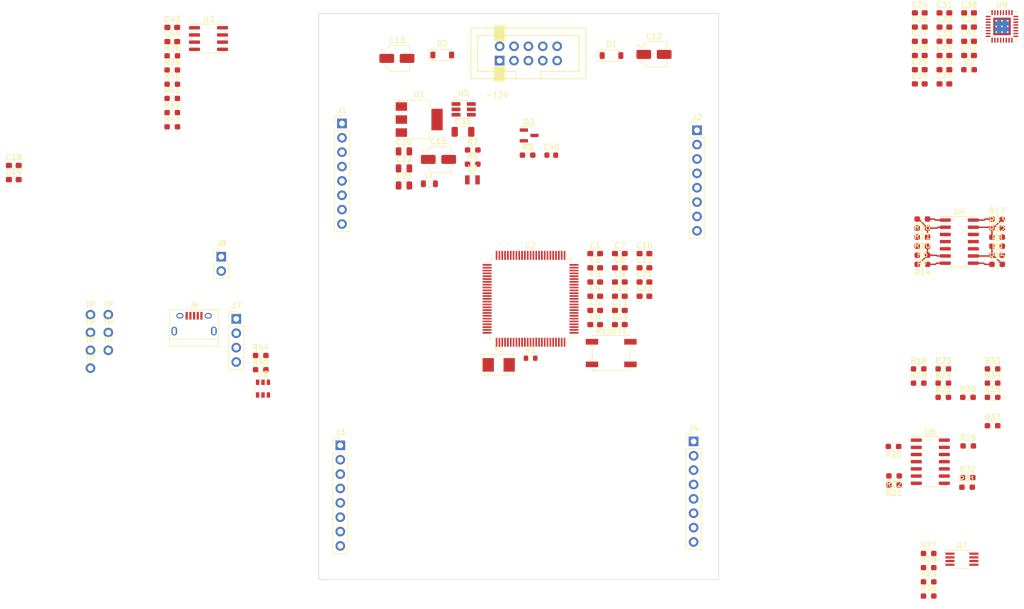
<source format=kicad_pcb>
(kicad_pcb (version 20221018) (generator pcbnew)
  (layers (0 "F.Cu" signal) (31 "B.Cu" signal) (34 "B.Paste" user) (35 "F.Paste" user) (36 "B.SilkS" user "B.Silkscreen") (37 "F.SilkS" user "F.Silkscreen") (38 "B.Mask" user) (39 "F.Mask" user) (44 "Edge.Cuts" user))
  (net 0 "")
  (net 1 "GND")
  (net 2 "+3.3V")
  (net 3 "Net-(C2-Pad1)")
  (net 4 "Net-(U2-PH0)")
  (net 5 "Net-(U2-PH1)")
  (net 6 "Net-(C6-Pad1)")
  (net 7 "+3.3VA")
  (net 8 "+12V")
  (net 9 "-12V")
  (net 10 "/VSW")
  (net 11 "/CB")
  (net 12 "Net-(U9-IN1N{slash}AIN2L{slash}GND3L)")
  (net 13 "Net-(U9-IN2N{slash}AIN2R{slash}GND3R)")
  (net 14 "Net-(U9-IN3N{slash}AIN5L{slash}GND6L)")
  (net 15 "Net-(U9-IN4N{slash}AIN5R{slash}GND6R)")
  (net 16 "Net-(U9-IN1P{slash}AIN1L{slash}AIN3L)")
  (net 17 "/Audio_In1")
  (net 18 "Net-(U9-IN2P{slash}AIN1R{slash}AIN3R)")
  (net 19 "/Audio_In2")
  (net 20 "Net-(U9-IN3P{slash}AIN4L{slash}AIN6L)")
  (net 21 "/Audio_In3")
  (net 22 "Net-(U9-IN4P{slash}AIN4R{slash}AIN6R)")
  (net 23 "/Audio_In4")
  (net 24 "/-5V_REF")
  (net 25 "Net-(U9-AVDRV)")
  (net 26 "Net-(U9-VCOM)")
  (net 27 "Net-(U3A-+)")
  (net 28 "/Audio_Out1")
  (net 29 "Net-(U3B-+)")
  (net 30 "/Audio_Out2")
  (net 31 "/+12V_IN")
  (net 32 "/-12V_IN")
  (net 33 "/DLY_TIME_POT")
  (net 34 "/DLY_FILTER_CV")
  (net 35 "/DLY_FILTER_POT")
  (net 36 "/LFO_SPEED_CV")
  (net 37 "/LFO_SPEED_POT")
  (net 38 "/LFO_RANGE")
  (net 39 "/DLY_FEEDBACK")
  (net 40 "/DLY_TIME_CV")
  (net 41 "/FX_FEEDBACK_CV")
  (net 42 "/FX_FEEDBACK_POT")
  (net 43 "/LFO_BASEFREQ_CV")
  (net 44 "/LFO_BASEFREQ_POT")
  (net 45 "/FX_TYPE")
  (net 46 "/CLOCK")
  (net 47 "/DELAY_LED")
  (net 48 "/FX_LED")
  (net 49 "/DLY_MIX")
  (net 50 "/FX_MIX")
  (net 51 "/IN1")
  (net 52 "/IN2")
  (net 53 "/IN3")
  (net 54 "/IN4")
  (net 55 "/OUT_AMP1")
  (net 56 "/OUT_AMP2")
  (net 58 "/D-")
  (net 59 "/D+")
  (net 62 "/SWIO")
  (net 63 "/SWCLK")
  (net 64 "/Audio_Out3")
  (net 65 "/Audio_Out4")
  (net 66 "/VO")
  (net 67 "Net-(U2-BOOT0)")
  (net 68 "/PDN")
  (net 69 "/FB")
  (net 70 "Net-(U4B--)")
  (net 71 "Net-(U4C--)")
  (net 72 "Net-(U4A--)")
  (net 73 "Net-(U4D--)")
  (net 74 "Net-(U3A--)")
  (net 75 "Net-(U3B--)")
  (net 76 "/Delay_Led_Out")
  (net 77 "/FX_Led_Out")
  (net 78 "Net-(U2-NRST)")
  (net 79 "/SAI1_MCLK_A")
  (net 80 "/SAI1_SD_B")
  (net 81 "/SAI1_FS_A")
  (net 82 "/SAI1_SCK_A")
  (net 83 "/SAI1_SD_A")
  (net 87 "/Delay_Time")
  (net 88 "/FX_Feedback")
  (net 94 "/SPI1_SCK")
  (net 96 "/Delay_Filter")
  (net 97 "/LFO_Speed")
  (net 98 "/LFO_Base_Freq")
  (net 104 "/SAI2_SD_B")
  (net 117 "/SAI2_SD_A")
  (net 126 "/USB_DM")
  (net 127 "/USB_DP")
  (net 128 "/SPI1_NSS")
  (net 130 "/Clock_Scaled")
  (net 140 "/SPI1_MISO")
  (net 141 "/SPI1_MOSI")
  (net 147 "Net-(U7A--)")
  (net 149 "Net-(U6A--)")
  (net 150 "Net-(U6B--)")
  (net 151 "Net-(U6D--)")
  (net 152 "Net-(U6C--)")
  (footprint "Resistor_SMD:R_0603_1608Metric_Pad0.98x0.95mm_HandSolder" (layer "F.Cu") (at 219.8 89.5)
    (fp_text reference "R12")
    (fp_text value "100k")
  )
  (footprint "Resistor_SMD:R_0603_1608Metric_Pad0.98x0.95mm_HandSolder" (layer "F.Cu") (at 219.8 86.3)
    (fp_text reference "R17")
    (fp_text value "14k")
  )
  (footprint "Capacitor_SMD:C_0603_1608Metric" (layer "F.Cu") (at 141.0675 75)
    (fp_text reference "C40")
    (fp_text value "100nF")
  )
  (footprint "Capacitor_SMD:C_0603_1608Metric_Pad1.08x0.95mm_HandSolder" (layer "F.Cu") (at 210.4925 49.86)
    (fp_text reference "C31")
    (fp_text value "1uF")
  )
  (footprint "Resistor_SMD:R_0603_1608Metric_Pad0.98x0.95mm_HandSolder" (layer "F.Cu") (at 74.125 59.955)
    (fp_text reference "R39")
    (fp_text value "390k")
  )
  (footprint "Capacitor_SMD:C_0603_1608Metric_Pad1.08x0.95mm_HandSolder" (layer "F.Cu") (at 46.135 79.33)
    (fp_text reference "C19")
    (fp_text value "100nF")
  )
  (footprint "Custom_Footprints:1mm_Test_Point" (layer "F.Cu") (at 59.675 109.5)
    (fp_text reference "TP3" hide)
    (fp_text value "TestPoint")
  )
  (footprint "Resistor_SMD:R_0603_1608Metric_Pad0.98x0.95mm_HandSolder" (layer "F.Cu") (at 206.6 94.3 180)
    (fp_text reference "R14")
    (fp_text value "14k")
  )
  (footprint "Capacitor_SMD:C_0805_2012Metric" (layer "F.Cu") (at 115.0375 80.36)
    (fp_text reference "C25")
    (fp_text value "100nF")
  )
  (footprint "Resistor_SMD:R_0603_1608Metric" (layer "F.Cu") (at 137.41 110.9)
    (fp_text reference "R1")
    (fp_text value "100k")
  )
  (footprint "Capacitor_SMD:C_0603_1608Metric_Pad1.08x0.95mm_HandSolder" (layer "F.Cu") (at 148.82 104.96)
    (fp_text reference "C6")
    (fp_text value "2.2uF")
  )
  (footprint "Resistor_SMD:R_0603_1608Metric_Pad0.98x0.95mm_HandSolder" (layer "F.Cu") (at 127.1875 76.6)
    (fp_text reference "R4")
    (fp_text value "10k")
  )
  (footprint "Resistor_SMD:R_0603_1608Metric_Pad0.98x0.95mm_HandSolder" (layer "F.Cu") (at 74.125 57.445)
    (fp_text reference "R38")
    (fp_text value "390k")
  )
  (footprint "Package_SO:SO-14_3.9x8.65mm_P1.27mm" (layer "F.Cu") (at 213.125 90.29)
    (fp_text reference "U4")
    (fp_text value "MCP6004")
  )
  (footprint "Capacitor_SMD:C_0603_1608Metric_Pad1.08x0.95mm_HandSolder" (layer "F.Cu") (at 153.17 94.92)
    (fp_text reference "C8")
    (fp_text value "100nF")
  )
  (footprint "Resistor_SMD:R_0603_1608Metric_Pad0.98x0.95mm_HandSolder" (layer "F.Cu") (at 207.7075 145.405)
    (fp_text reference "R27")
    (fp_text value "75k")
  )
  (footprint "Resistor_SMD:R_0603_1608Metric_Pad0.98x0.95mm_HandSolder" (layer "F.Cu") (at 127.1875 74.09)
    (fp_text reference "R3")
    (fp_text value "33k")
  )
  (footprint "Custom_Footprints:L_0806" (layer "F.Cu") (at 127.1375 79.38)
    (fp_text reference "L2")
    (fp_text value "3.3uH")
  )
  (footprint "Resistor_SMD:R_0603_1608Metric_Pad0.98x0.95mm_HandSolder" (layer "F.Cu") (at 219 117.81)
    (fp_text reference "R35")
    (fp_text value "47k")
  )
  (footprint "Capacitor_SMD:C_0603_1608Metric_Pad1.08x0.95mm_HandSolder" (layer "F.Cu") (at 153.17 104.96)
    (fp_text reference "C14")
    (fp_text value "100nF")
  )
  (footprint "Capacitor_SMD:C_0603_1608Metric_Pad1.08x0.95mm_HandSolder" (layer "F.Cu") (at 153.17 99.94)
    (fp_text reference "C10")
    (fp_text value "100nF")
  )
  (footprint "Capacitor_SMD:C_0603_1608Metric_Pad1.08x0.95mm_HandSolder" (layer "F.Cu") (at 210.4925 57.39)
    (fp_text reference "C34")
    (fp_text value "1uF")
  )
  (footprint "Resistor_SMD:R_0603_1608Metric_Pad0.98x0.95mm_HandSolder" (layer "F.Cu") (at 214.65 117.81)
    (fp_text reference "R30")
    (fp_text value "75k")
  )
  (footprint "Capacitor_SMD:C_0603_1608Metric_Pad1.08x0.95mm_HandSolder" (layer "F.Cu") (at 210.4925 62.41)
    (fp_text reference "C37")
    (fp_text value "100nF")
  )
  (footprint "Resistor_SMD:R_0603_1608Metric_Pad0.98x0.95mm_HandSolder" (layer "F.Cu") (at 219 112.79)
    (fp_text reference "R33")
    (fp_text value "47k")
  )
  (footprint "Capacitor_SMD:C_0603_1608Metric_Pad1.08x0.95mm_HandSolder" (layer "F.Cu") (at 206.1425 62.41)
    (fp_text reference "C30")
    (fp_text value "1uF")
  )
  (footprint "Package_QFP:LQFP-100_14x14mm_P0.5mm" (layer "F.Cu") (at 137.4 100.4)
    (fp_text reference "U2")
    (fp_text value "STM32H563VIT")
  )
  (footprint "Connector_PinHeader_2.54mm:PinHeader_1x08_P2.54mm_Vertical" (layer "F.Cu") (at 166.8 70.6)
    (fp_text reference "J2")
    (fp_text value "Conn_01x08_Pin")
  )
  (footprint "Capacitor_SMD:C_0603_1608Metric_Pad1.08x0.95mm_HandSolder" (layer "F.Cu") (at 157.52 97.43)
    (fp_text reference "C21")
    (fp_text value "100nF")
  )
  (footprint "Resistor_SMD:R_0603_1608Metric_Pad0.98x0.95mm_HandSolder" (layer "F.Cu") (at 210.3 117.81)
    (fp_text reference "R25")
    (fp_text value "91k")
  )
  (footprint "Capacitor_SMD:C_0603_1608Metric_Pad1.08x0.95mm_HandSolder" (layer "F.Cu") (at 157.52 94.92)
    (fp_text reference "C17")
    (fp_text value "100nF")
  )
  (footprint "Resistor_SMD:R_1206_3216Metric" (layer "F.Cu") (at 125.4675 70.88)
    (fp_text reference "C35")
    (fp_text value "47uF")
  )
  (footprint "Connector_PinHeader_2.54mm:PinHeader_1x08_P2.54mm_Vertical" (layer "F.Cu") (at 104.1 69.4)
    (fp_text reference "J1")
    (fp_text value "Conn_01x08_Pin")
  )
  (footprint "Resistor_SMD:R_0603_1608Metric_Pad0.98x0.95mm_HandSolder" (layer "F.Cu") (at 219 122.83)
    (fp_text reference "R37")
    (fp_text value "47k")
  )
  (footprint "Package_TO_SOT_SMD:SOT-223-3_TabPin2" (layer "F.Cu") (at 117.7375 68.71)
    (fp_text reference "U1")
    (fp_text value "LD1117-3.3-4Tab")
  )
  (footprint "Capacitor_SMD:C_0603_1608Metric_Pad1.08x0.95mm_HandSolder" (layer "F.Cu") (at 148.82 99.94)
    (fp_text reference "C4")
    (fp_text value "30pF")
  )
  (footprint "Custom_Footprints:USB_Micro-B_Amphenol" (layer "F.Cu") (at 77.975 104.74)
    (fp_text reference "J6")
    (fp_text value "USB_B_Micro")
  )
  (footprint "Capacitor_SMD:CP_Elec_4x5.8" (layer "F.Cu") (at 121.1375 75.76)
    (fp_text reference "C15")
    (fp_text value "22uF")
  )
  (footprint "Resistor_SMD:R_0603_1608Metric_Pad0.98x0.95mm_HandSolder" (layer "F.Cu") (at 214.8425 59.9)
    (fp_text reference "R2")
    (fp_text value "10k")
  )
  (footprint "Resistor_SMD:R_0603_1608Metric_Pad0.98x0.95mm_HandSolder" (layer "F.Cu") (at 206.6 89.5 180)
    (fp_text reference "R10")
    (fp_text value "100k")
  )
  (footprint "Resistor_SMD:R_0603_1608Metric_Pad0.98x0.95mm_HandSolder" (layer "F.Cu") (at 205.95 115.3)
    (fp_text reference "R19")
    (fp_text value "91k")
  )
  (footprint "Resistor_SMD:R_0603_1608Metric_Pad0.98x0.95mm_HandSolder" (layer "F.Cu") (at 219 115.3)
    (fp_text reference "R34")
    (fp_text value "47k")
  )
  (footprint "Custom_Footprints:1mm_Test_Point" (layer "F.Cu") (at 59.675 103.2)
    (fp_text reference "TP1" hide)
    (fp_text value "TestPoint")
  )
  (footprint "Package_TO_SOT_SMD:SOT-23-6_Handsoldering" (layer "F.Cu") (at 125.5875 66.91)
    (fp_text reference "U5")
    (fp_text value "TPS561201")
  )
  (footprint "Resistor_SMD:R_0603_1608Metric_Pad0.98x0.95mm_HandSolder" (layer "F.Cu") (at 219.8 94.3)
    (fp_text reference "R15")
    (fp_text value "14k")
  )
  (footprint "Resistor_SMD:R_0603_1608Metric_Pad0.98x0.95mm_HandSolder" (layer "F.Cu") (at 74.125 64.975)
    (fp_text reference "R41")
    (fp_text value "10k")
  )
  (footprint "Custom_Footprints:Eurorack_10_pin_header" (layer "F.Cu") (at 131.94 58.3)
    (fp_text reference "J5" hide)
    (fp_text value "Eurorack_10_pin_power")
  )
  (footprint "Capacitor_SMD:C_0603_1608Metric_Pad1.08x0.95mm_HandSolder" (layer "F.Cu") (at 206.1425 54.88)
    (fp_text reference "C27")
    (fp_text value "1uF")
  )
  (footprint "Diode_SMD:D_SOD-123" (layer "F.Cu") (at 151.7 57.4)
    (fp_text reference "D1")
    (fp_text value "1N5819")
  )
  (footprint "Capacitor_SMD:C_0603_1608Metric_Pad1.08x0.95mm_HandSolder" (layer "F.Cu") (at 148.82 102.45)
    (fp_text reference "C5")
    (fp_text value "100nF")
  )
  (footprint "Package_SO:SO-14_3.9x8.65mm_P1.27mm" (layer "F.Cu") (at 208 129.19)
    (fp_text reference "U6")
    (fp_text value "MCP6004")
  )
  (footprint "Connector_PinHeader_2.54mm:PinHeader_1x04_P2.54mm_Vertical" (layer "F.Cu") (at 85.425 103.95)
    (fp_text reference "J7")
    (fp_text value "Prog_Header")
  )
  (footprint "Package_SO:MSOP-8_3x3mm_P0.65mm" (layer "F.Cu") (at 213.5875 146.425)
    (fp_text reference "U7")
    (fp_text value "MCP6002-xSN")
  )
  (footprint "Resistor_SMD:R_0603_1608Metric_Pad0.98x0.95mm_HandSolder" (layer "F.Cu") (at 206.6 91.1 180)
    (fp_text reference "R6")
    (fp_text value "100k")
  )
  (footprint "Inductor_SMD:L_0805_2012Metric" (layer "F.Cu") (at 119.5375 80.06)
    (fp_text reference "L1")
    (fp_text value "L")
  )
  (footprint "Diode_SMD:D_SOD-123" (layer "F.Cu") (at 121.8 57.3)
    (fp_text reference "D2")
    (fp_text value "1N5819")
  )
  (footprint "Resistor_SMD:R_0603_1608Metric_Pad0.98x0.95mm_HandSolder" (layer "F.Cu") (at 206.6 92.7 180)
    (fp_text reference "R7")
    (fp_text value "68k")
  )
  (footprint "Resistor_SMD:R_0603_1608Metric_Pad0.98x0.95mm_HandSolder" (layer "F.Cu") (at 201.6 131.7 180)
    (fp_text reference "R22")
    (fp_text value "91k")
  )
  (footprint "Capacitor_SMD:C_0603_1608Metric_Pad1.08x0.95mm_HandSolder" (layer "F.Cu") (at 153.17 102.45)
    (fp_text reference "C11")
    (fp_text value "100nF")
  )
  (footprint "Capacitor_SMD:C_0603_1608Metric_Pad1.08x0.95mm_HandSolder" (layer "F.Cu") (at 210.4925 54.88)
    (fp_text reference "C33")
    (fp_text value "1uF")
  )
  (footprint "Custom_Footprints:1mm_Test_Point" (layer "F.Cu") (at 62.825 109.5)
    (fp_text reference "TP7" hide)
    (fp_text value "TestPoint")
  )
  (footprint "Capacitor_SMD:C_0603_1608Metric_Pad1.08x0.95mm_HandSolder" (layer "F.Cu") (at 214.8425 52.37)
    (fp_text reference "C39")
    (fp_text value "10uF")
  )
  (footprint "Crystal:Crystal_SMD_5032-2Pin_5.0x3.2mm" (layer "F.Cu") (at 131.78 112.07)
    (fp_text reference "Y1")
    (fp_text value "8MHz 20pF")
  )
  (footprint "Resistor_SMD:R_0603_1608Metric_Pad0.98x0.95mm_HandSolder" (layer "F.Cu") (at 219.8 91.1)
    (fp_text reference "R8")
    (fp_text value "100k")
  )
  (footprint "Connector_PinHeader_2.54mm:PinHeader_1x08_P2.54mm_Vertical" (layer "F.Cu") (at 103.8 126.3)
    (fp_text reference "J3")
    (fp_text value "Conn_01x08_Pin")
  )
  (footprint "Custom_Footprints:STF202-22T1G" (layer "F.Cu") (at 90.15 116.275)
    (fp_text reference "U8")
    (fp_text value "STF202-22T1G" hide)
  )
  (footprint "Capacitor_SMD:C_0603_1608Metric_Pad1.08x0.95mm_HandSolder" (layer "F.Cu") (at 214.8425 57.39)
    (fp_text reference "C42")
    (fp_text value "2.2uF")
  )
  (footprint "Capacitor_SMD:C_0603_1608Metric_Pad1.08x0.95mm_HandSolder" (layer "F.Cu") (at 210.4925 52.37)
    (fp_text reference "C32")
    (fp_text value "1uF")
  )
  (footprint "Resistor_SMD:R_0603_1608Metric_Pad0.98x0.95mm_HandSolder" (layer "F.Cu") (at 89.755 110.41)
    (fp_text reference "R44")
    (fp_text value "1k")
  )
  (footprint "Capacitor_SMD:C_0603_1608Metric_Pad1.08x0.95mm_HandSolder" (layer "F.Cu") (at 157.52 92.41)
    (fp_text reference "C16")
    (fp_text value "100nF")
  )
  (footprint "Capacitor_SMD:C_0603_1608Metric_Pad1.08x0.95mm_HandSolder" (layer "F.Cu") (at 206.1425 57.39)
    (fp_text reference "C28")
    (fp_text value "1uF")
  )
  (footprint "Resistor_SMD:R_0603_1608Metric_Pad0.98x0.95mm_HandSolder" (layer "F.Cu") (at 214.5 133.7)
    (fp_text reference "R31")
    (fp_text value "91k")
  )
  (footprint "Package_TO_SOT_SMD:SOT-23" (layer "F.Cu") (at 137.1575 71.52)
    (fp_text reference "D3")
    (fp_text value "LM4040DBZ-5")
  )
  (footprint "Resistor_SMD:R_0603_1608Metric_Pad0.98x0.95mm_HandSolder" (layer "F.Cu") (at 74.125 62.465)
    (fp_text reference "R40")
    (fp_text value "10k")
  )
  (footprint "Capacitor_SMD:C_0603_1608Metric_Pad1.08x0.95mm_HandSolder" (layer "F.Cu") (at 153.17 97.43)
    (fp_text reference "C9")
    (fp_text value "100nF")
  )
  (footprint "Connector_PinHeader_2.54mm:PinHeader_1x02_P2.54mm_Vertical" (layer "F.Cu") (at 82.775 92.95)
    (fp_text reference "J8")
    (fp_text value "Extra_Outs")
  )
  (footprint "Resistor_SMD:R_0603_1608Metric_Pad0.98x0.95mm_HandSolder" (layer "F.Cu") (at 210.3 115.3)
    (fp_text reference "R24")
    (fp_text value "75k")
  )
  (footprint "Resistor_SMD:R_0603_1608Metric_Pad0.98x0.95mm_HandSolder" (layer "F.Cu") (at 207.7075 150.425)
    (fp_text reference "R29")
    (fp_text value "47k")
  )
  (footprint "Capacitor_SMD:C_0603_1608Metric_Pad1.08x0.95mm_HandSolder" (layer "F.Cu") (at 210.4925 59.9)
    (fp_text reference "C36")
    (fp_text value "10uF")
  )
  (footprint "Capacitor_SMD:C_0603_1608Metric_Pad1.08x0.95mm_HandSolder" (layer "F.Cu") (at 74.125 52.425)
    (fp_text reference "C43")
    (fp_text value "1uF")
  )
  (footprint "Resistor_SMD:R_0603_1608Metric_Pad0.98x0.95mm_HandSolder" (layer "F.Cu") (at 205.95 112.79)
    (fp_text reference "R18")
    (fp_text value "75k")
  )
  (footprint "Resistor_SMD:R_0603_1608Metric_Pad0.98x0.95mm_HandSolder" (layer "F.Cu") (at 219.8 92.7)
    (fp_text reference "R9")
    (fp_text value "68k")
  )
  (footprint "Resistor_SMD:R_0603_1608Metric_Pad0.98x0.95mm_HandSolder" (layer "F.Cu") (at 206.6 86.3 180)
    (fp_text reference "R16")
    (fp_text value "14k")
  )
  (footprint "Capacitor_SMD:C_0805_2012Metric" (layer "F.Cu") (at 115.0375 77.35)
    (fp_text reference "C22")
    (fp_text value "10uF")
  )
  (footprint "Resistor_SMD:R_0603_1608Metric_Pad0.98x0.95mm_HandSolder" (layer "F.Cu") (at 201.6 133.3 180)
    (fp_text reference "R21")
    (fp_text value "75k")
  )
  (footprint "Resistor_SMD:R_0603_1608Metric_Pad0.98x0.95mm_HandSolder" (layer "F.Cu") (at 136.8875 75)
    (fp_text reference "R5")
    (fp_text value "2k2")
  )
  (footprint "Resistor_SMD:R_0603_1608Metric_Pad0.98x0.95mm_HandSolder" (layer "F.Cu") (at 214.6 132)
    (fp_text reference "R32")
    (fp_text value "47k")
  )
  (footprint "Resistor_SMD:R_0603_1608Metric_Pad0.98x0.95mm_HandSolder" (layer "F.Cu") (at 207.7075 152.935)
    (fp_text reference "R36")
    (fp_text value "47k")
  )
  (footprint "Capacitor_SMD:C_0603_1608Metric_Pad1.08x0.95mm_HandSolder" (layer "F.Cu") (at 206.1425 49.86)
    (fp_text reference "C24")
    (fp_text value "100nF")
  )
  (footprint "Capacitor_SMD:C_0603_1608Metric_Pad1.08x0.95mm_HandSolder" (layer "F.Cu") (at 74.125 54.935)
    (fp_text reference "C44")
    (fp_text value "1uF")
  )
  (footprint "Capacitor_SMD:C_0603_1608Metric_Pad1.08x0.95mm_HandSolder" (layer "F.Cu") (at 206.1425 59.9)
    (fp_text reference "C29")
    (fp_text value "1uF")
  )
  (footprint "Capacitor_SMD:C_0603_1608Metric_Pad1.08x0.95mm_HandSolder" (layer "F.Cu") (at 214.8425 49.86)
    (fp_text reference "C38")
    (fp_text value "100nF")
  )
  (footprint "Resistor_SMD:R_0603_1608Metric_Pad0.98x0.95mm_HandSolder" (layer "F.Cu") (at 74.125 69.995)
    (fp_text reference "R43")
    (fp_text value "14k")
  )
  (footprint "Custom_Footprints:1mm_Test_Point" (layer "F.Cu") (at 62.825 103.2)
    (fp_text reference "TP5" hide)
    (fp_text value "TestPoint")
  )
  (footprint "Capacitor_SMD:C_0603_1608Metric_Pad1.08x0.95mm_HandSolder" (layer "F.Cu") (at 148.82 94.92)
    (fp_text reference "C2")
    (fp_text value "2.2uF")
  )
  (footprint "Connector_PinHeader_2.54mm:PinHeader_1x08_P2.54mm_Vertical" (layer "F.Cu") (at 166.2 125.6)
    (fp_text reference "J4")
    (fp_text value "Conn_01x08_Pin")
  )
  (footprint "Capacitor_SMD:C_0603_1608Metric_Pad1.08x0.95mm_HandSolder" (layer "F.Cu") (at 46.135 76.82)
    (fp_text reference "C18")
    (fp_text value "100nF")
  )
  (footprint "Resistor_SMD:R_0603_1608Metric_Pad0.98x0.95mm_HandSolder" (layer "F.Cu") (at 206.6 87.9 180)
    (fp_text reference "R11")
    (fp_text value "68k")
  )
  (footprint "Capacitor_SMD:C_0603_1608Metric_Pad1.08x0.95mm_HandSolder" (layer "F.Cu") (at 148.82 92.41)
    (fp_text reference "C1")
    (fp_text value "4.7uF")
  )
  (footprint "Capacitor_SMD:CP_Elec_4x5.8" (layer "F.Cu") (at 159.2 57.2)
    (fp_text reference "C12")
    (fp_text value "47uF")
  )
  (footprint "Capacitor_SMD:CP_Elec_4x5.8" (layer "F.Cu") (at 113.8 57.9)
    (fp_text reference "C13")
    (fp_text value "22uF")
  )
  (footprint "Custom_Footprints:SW_SPST_EVQQ2" (layer "F.Cu") (at 151.645 109.99)
    (fp_text reference "RESET1")
    (fp_text value "SW_Push")
  )
  (footprint "Capacitor_SMD:C_0603_1608Metric_Pad1.08x0.95mm_HandSolder" (layer "F.Cu") (at 214.8425 54.88)
    (fp_text reference "C41")
    (fp_text value "2.2uF")
  )
  (footprint "Custom_Footprints:QFN-32-1EP_5x5mm_P0.5mm_EP3.1x3.1mm_ThermalVias" (layer "F.Cu") (at 220.6625 52.25)
    (fp_text reference "U9")
    (fp_text value "AK4619VN")
  )
  (footprint "Resistor_SMD:R_0603_1608Metric_Pad0.98x0.95mm_HandSolder" (layer "F.Cu") (at 201.5 126.5 180)
    (fp_text reference "R20")
    (fp_text value "47k")
  )
  (footprint "Capacitor_SMD:C_0603_1608Metric_Pad1.08x0.95mm_HandSolder" (layer "F.Cu") (at 206.1425 52.37)
    (fp_text reference "C26")
    (fp_text value "10uF")
  )
  (footprint "Resistor_SMD:R_0603_1608Metric_Pad0.98x0.95mm_HandSolder" (layer "F.Cu") (at 219.8 87.9)
    (fp_text reference "R13")
    (fp_text value "68k")
  )
  (footprint "Package_SO:SOIC-8_3.9x4.9mm_P1.27mm" (layer "F.Cu") (at 80.525 54.395)
    (fp_text reference "U3")
    (fp_text value "TL072")
  )
  (footprint "Resistor_SMD:R_0603_1608Metric_Pad0.98x0.95mm_HandSolder" (layer "F.Cu") (at 214.7 126.4)
    (fp_text reference "R26")
    (fp_text value "47k")
  )
  (footprint "Resistor_SMD:R_0603_1608Metric_Pad0.98x0.95mm_HandSolder" (layer "F.Cu") (at 89.755 112.92)
    (fp_text reference "R45")
    (fp_text value "1k")
  )
  (footprint "Custom_Footprints:1mm_Test_Point" (layer "F.Cu") (at 59.675 112.65)
    (fp_text reference "TP4" hide)
    (fp_text value "TestPoint")
  )
  (footprint "Resistor_SMD:R_0603_1608Metric_Pad0.98x0.95mm_HandSolder" (layer "F.Cu") (at 74.125 67.485)
    (fp_text reference "R42")
    (fp_text value "14k")
  )
  (footprint "Custom_Footprints:1mm_Test_Point" (layer "F.Cu") (at 59.675 106.35)
    (fp_text reference "TP2" hide)
    (fp_text value "TestPoint")
  )
  (footprint "Capacitor_SMD:C_0805_2012Metric" (layer "F.Cu") (at 115.0375 74.34)
    (fp_text reference "C20")
    (fp_text value "10uF")
  )
  (footprint "Capacitor_SMD:C_0603_1608Metric_Pad1.08x0.95mm_HandSolder" (layer "F.Cu") (at 157.52 99.94)
    (fp_text reference "C23")
    (fp_text value "1uF")
  )
  (footprint "Resistor_SMD:R_0603_1608Metric_Pad0.98x0.95mm_HandSolder" (layer "F.Cu") (at 207.7075 147.915)
    (fp_text reference "R28")
    (fp_text value "91k")
  )
  (footprint "Custom_Footprints:1mm_Test_Point" (layer "F.Cu") (at 62.825 106.35)
    (fp_text reference "TP6" hide)
    (fp_text value "TestPoint")
  )
  (footprint "Capacitor_SMD:C_0603_1608Metric_Pad1.08x0.95mm_HandSolder" (layer "F.Cu") (at 148.82 97.43)
    (fp_text reference "C3")
    (fp_text value "30pF")
  )
  (footprint "Capacitor_SMD:C_0603_1608Metric_Pad1.08x0.95mm_HandSolder" (layer "F.Cu") (at 153.17 92.41)
    (fp_text reference "C7")
    (fp_text value "1uF")
  )
  (footprint "Resistor_SMD:R_0603_1608Metric_Pad0.98x0.95mm_HandSolder" (layer "F.Cu") (at 210.3 112.79)
    (fp_text reference "R23")
    (fp_text value "47k")
  )
  (gr_rect (start 100 50) (end 170.6 150) (stroke (width 0.1)) (fill none) (layer "Edge.Cuts"))
  (segment (start 210.65 94.1) (end 209.1 94.1) (width 0.25) (layer "F.Cu") (net 17))
  (segment (start 209.1 94.1) (end 208.9 94.3) (width 0.25) (layer "F.Cu") (net 17))
  (segment (start 208.9 94.3) (end 207.5125 94.3) (width 0.25) (layer "F.Cu") (net 17))
  (segment (start 210.65 86.48) (end 208.88 86.48) (width 0.25) (layer "F.Cu") (net 19))
  (segment (start 208.88 86.48) (end 208.7 86.3) (width 0.25) (layer "F.Cu") (net 19))
  (segment (start 208.7 86.3) (end 207.5125 86.3) (width 0.25) (layer "F.Cu") (net 19))
  (segment (start 217.7 86.3) (end 217.52 86.48) (width 0.25) (layer "F.Cu") (net 21))
  (segment (start 218.8875 86.3) (end 217.7 86.3) (width 0.25) (layer "F.Cu") (net 21))
  (segment (start 217.52 86.48) (end 215.6 86.48) (width 0.25) (layer "F.Cu") (net 21))
  (segment (start 218.8875 94.3) (end 217.6 94.3) (width 0.25) (layer "F.Cu") (net 23))
  (segment (start 217.6 94.3) (end 217.4 94.1) (width 0.25) (layer "F.Cu") (net 23))
  (segment (start 217.4 94.1) (end 215.6 94.1) (width 0.25) (layer "F.Cu") (net 23))
  (segment (start 205.9125 94.3) (end 207.5125 92.7) (width 0.25) (layer "F.Cu") (net 70))
  (segment (start 205.6875 94.3) (end 205.9125 94.3) (width 0.25) (layer "F.Cu") (net 70))
  (segment (start 209.23 92.83) (end 209.1 92.7) (width 0.25) (layer "F.Cu") (net 70))
  (segment (start 210.65 92.83) (end 209.23 92.83) (width 0.25) (layer "F.Cu") (net 70))
  (segment (start 209.1 92.7) (end 207.5125 92.7) (width 0.25) (layer "F.Cu") (net 70))
  (segment (start 207.5125 91.1) (end 207.5125 92.7) (width 0.25) (layer "F.Cu") (net 70))
  (segment (start 219.1125 92.7) (end 220.7125 94.3) (width 0.25) (layer "F.Cu") (net 71))
  (segment (start 218.8875 91.1) (end 218.8875 92.7) (width 0.25) (layer "F.Cu") (net 71))
  (segment (start 215.6 92.83) (end 218.7575 92.83) (width 0.25) (layer "F.Cu") (net 71))
  (segment (start 218.7575 92.83) (end 218.8875 92.7) (width 0.25) (layer "F.Cu") (net 71))
  (segment (start 218.8875 92.7) (end 219.1125 92.7) (width 0.25) (layer "F.Cu") (net 71))
  (segment (start 205.6875 86.3) (end 205.9125 86.3) (width 0.25) (layer "F.Cu") (net 72))
  (segment (start 207.5125 87.9) (end 207.5125 89.5) (width 0.25) (layer "F.Cu") (net 72))
  (segment (start 209.35 87.75) (end 209.2 87.9) (width 0.25) (layer "F.Cu") (net 72))
  (segment (start 209.2 87.9) (end 207.5125 87.9) (width 0.25) (layer "F.Cu") (net 72))
  (segment (start 210.65 87.75) (end 209.35 87.75) (width 0.25) (layer "F.Cu") (net 72))
  (segment (start 205.9125 86.3) (end 207.5125 87.9) (width 0.25) (layer "F.Cu") (net 72))
  (segment (start 218.8875 87.9) (end 219.1125 87.9) (width 0.25) (layer "F.Cu") (net 73))
  (segment (start 218.7375 87.75) (end 218.8875 87.9) (width 0.25) (layer "F.Cu") (net 73))
  (segment (start 215.6 87.75) (end 218.7375 87.75) (width 0.25) (layer "F.Cu") (net 73))
  (segment (start 219.1125 87.9) (end 220.7125 86.3) (width 0.25) (layer "F.Cu") (net 73))
  (segment (start 218.8875 87.9) (end 218.8875 89.5) (width 0.25) (layer "F.Cu") (net 73))
)
</source>
